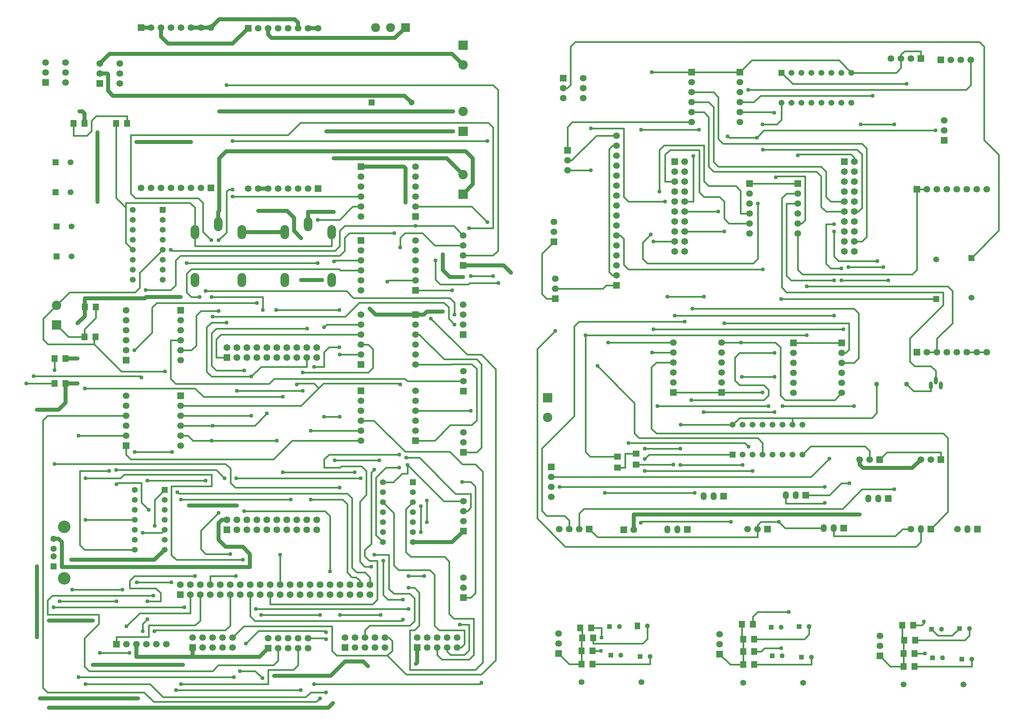
<source format=gbr>
G04 DipTrace 3.0.0.1*
G04 Top.gbr*
%MOIN*%
G04 #@! TF.FileFunction,Copper,L1,Top*
G04 #@! TF.Part,Single*
G04 #@! TA.AperFunction,Conductor*
%ADD15C,0.03937*%
%ADD16C,0.015748*%
G04 #@! TA.AperFunction,ComponentPad*
%ADD17R,0.066929X0.066929*%
%ADD18C,0.066929*%
%ADD19R,0.094488X0.094488*%
%ADD20C,0.094488*%
%ADD21R,0.090551X0.090551*%
%ADD22C,0.090551*%
%ADD23R,0.059055X0.059055*%
%ADD24C,0.059055*%
%ADD25O,0.059055X0.07874*%
%ADD26R,0.062992X0.070866*%
%ADD27R,0.070866X0.062992*%
G04 #@! TA.AperFunction,ComponentPad*
%ADD28R,0.062992X0.062992*%
%ADD29C,0.062992*%
%ADD30C,0.125984*%
%ADD31R,0.068898X0.068898*%
%ADD32C,0.068898*%
%ADD33O,0.086614X0.141732*%
%ADD34O,0.03937X0.07874*%
%ADD35C,0.05*%
%ADD36C,0.05*%
%ADD38R,0.055118X0.066929*%
%ADD39R,0.05X0.05*%
%ADD40C,0.059055*%
G04 #@! TA.AperFunction,ViaPad*
%ADD41C,0.04*%
%FSLAX26Y26*%
G04*
G70*
G90*
G75*
G01*
G04 Top*
%LPD*%
X1351316Y6287748D2*
D15*
Y5590776D1*
X1170210Y6496724D2*
X1201079D1*
X1221079Y6476724D1*
Y6374673D1*
X2285978Y7335177D2*
X2385978D1*
X3226193Y5286387D2*
X2796098D1*
Y5286301D1*
X1304182Y950008D2*
X2207178D1*
X1304182Y1394197D2*
X863970D1*
X3711781Y566854D2*
X3664537Y519610D1*
X863970D1*
X3461026Y7331024D2*
X3561026D1*
X2485978Y7335177D2*
X2570623Y7419823D1*
X3327562D1*
X3361026Y7386358D1*
Y7331024D1*
X2385978Y7335177D2*
X2485978D1*
X8987192Y3007643D2*
Y2956459D1*
X9020656Y2922995D1*
X9515108D1*
X9599756Y3007643D1*
X6724423Y2301319D2*
Y2454648D1*
X8987192D1*
X3992454Y3197323D2*
D16*
X3301395D1*
X3114537Y3010465D1*
X1683361D1*
X1636115Y3057710D1*
Y3147318D1*
X1670954Y1070413D2*
X1375364D1*
X4211303Y2778529D2*
X4314584D1*
X4403488Y2867433D1*
X4457887D1*
Y2954043D1*
X5013911Y5253757D2*
X4919605Y5348063D1*
X4536312D1*
X2286092Y6190555D2*
D15*
X1742505D1*
X4536312Y4703727D2*
D16*
X4905655D1*
Y4703728D1*
X2098399Y3082220D2*
X1723545D1*
X4536312Y3197472D2*
X4730108D1*
X4884324Y3351689D1*
X5102568D1*
X5149812Y3398933D1*
Y3917008D1*
X5102568Y3964252D1*
X4899675D1*
X4895378Y3959955D1*
X4536312D1*
X4457887Y2954043D2*
X4820953Y2590978D1*
X5017606D1*
X4536312Y5348063D2*
X3826115D1*
X3778871Y5300819D1*
Y5145465D1*
X3731627Y5098220D1*
X2097942D1*
X2085816Y5110346D1*
X9799756Y3007643D2*
Y3080479D1*
X9260028D1*
X9187192Y3007643D1*
X5936849Y4295455D2*
X5757030Y4115636D1*
Y2415849D1*
X6038885Y2133995D1*
X9554382D1*
X9601626Y2181239D1*
Y2310631D1*
X5936850Y4620312D2*
X5851516D1*
X5804270Y4667558D1*
Y5069043D1*
X5924349Y5189122D1*
X8684554Y3015759D2*
X8501867Y2833072D1*
X5897093D1*
X5982054Y2733073D2*
X8637310D1*
X7235749Y5291537D2*
X7630093D1*
Y5291534D1*
Y4371916D2*
X8882085D1*
Y4108823D1*
X8848621Y4075358D1*
X8809249D1*
X7309570Y4520810D2*
X8929329D1*
X8976573Y4473566D1*
Y4022602D1*
X8929329Y3975358D1*
X8809249D1*
X8133286Y4075349D2*
X7783955D1*
X7736711Y4028105D1*
Y3800420D1*
X7783955Y3753176D1*
X8026676D1*
X8073920Y3705932D1*
Y3649723D1*
X8026676Y3602479D1*
X7300487D1*
X6961991Y3543109D2*
X8073920D1*
X3061151Y1115854D2*
D15*
X2974671Y1029374D1*
X2304824D1*
X1742138D1*
Y1155375D1*
X4436848Y5581988D2*
Y5926008D1*
X1151860Y4371122D2*
X1223354Y4442617D1*
Y4536980D1*
X4511303Y2178529D2*
X4905157D1*
X5017606Y2290978D1*
X4077100Y4520035D2*
X4137180Y4459955D1*
X4536312D1*
X1985978Y7335177D2*
Y7246378D1*
X2056844Y7175512D1*
X2705514D1*
X2861026Y7331024D1*
X1151860Y3768150D2*
X1030951D1*
X2748230Y2544677D2*
X2268005D1*
X5013911Y4834594D2*
X4880801D1*
X4809934Y4905461D1*
Y5063098D1*
X4555058Y1122105D2*
Y973265D1*
X4540301Y958508D1*
X3121753Y839453D2*
X3686986D1*
X3829982Y982449D1*
X745230Y1936709D2*
Y1224606D1*
X1758749Y614098D2*
X773214D1*
X1087990Y2001197D2*
X1921218D1*
X2023542Y2103521D1*
X4436295Y7335257D2*
X4332144Y7231106D1*
X3094491D1*
X3061026Y7264571D1*
Y7331024D1*
X1885978Y7335177D2*
X1785978D1*
X1030951Y4018176D2*
X1151860D1*
Y4018177D1*
X5013911Y4953757D2*
X5419390D1*
X5493592Y4879555D1*
X4436848Y5926008D2*
X4421370Y5941486D1*
X3992454D1*
X2304822Y1122105D2*
X2304824Y1029374D1*
X2004793Y4635917D2*
X2183360D1*
X1223354Y4536980D2*
Y4623594D1*
X1826584D1*
X1838907Y4635917D1*
X2004793D1*
X4536312Y4459955D2*
X4620958D1*
X4651510Y4490508D1*
X4809934D1*
X1030951Y3768150D2*
Y3577556D1*
X960084Y3506689D1*
X745230D1*
X3829982Y982449D2*
X4015332D1*
X4060832Y936949D1*
X4915171Y6494500D2*
X2570738D1*
X4915171Y6297650D2*
X3645852D1*
X8803294Y4802609D2*
D16*
X9273357D1*
X8731798Y5367136D2*
X8649440D1*
Y4968593D1*
X8696684Y4921349D1*
X8803294D1*
X7968798Y5574097D2*
Y5020451D1*
X7921554Y4973207D1*
X6860829D1*
X6813585Y5020451D1*
Y5181629D1*
X6894987Y5263030D1*
X8731798Y4802609D2*
X8300766D1*
X8253522Y4849853D1*
Y5574096D1*
X8367301D1*
X8214554Y3543109D2*
X8929329D1*
X6979570Y5691538D2*
Y6110278D1*
X7026814Y6157522D1*
X7428310D1*
Y5795559D1*
X7475554Y5748315D1*
X7746895D1*
X7794140Y5701070D1*
Y5474096D1*
X7883836D1*
Y5374096D2*
X7677341D1*
X7630097Y5421340D1*
Y5591538D1*
X7582853Y5638782D1*
X7428310D1*
X7381066Y5686026D1*
Y6110278D1*
X7086184D1*
X7038940Y6063034D1*
Y5791537D1*
X7135749D1*
X8016038Y4913837D2*
X6671526D1*
X6624282Y4961081D1*
Y5219663D1*
X6590818Y5253127D1*
X6551445D1*
X8146908Y5834806D2*
X8159034Y5846932D1*
X8440136D1*
Y5407560D1*
X8406672Y5374096D1*
X8367301D1*
X7321696Y6050908D2*
Y5591537D1*
X7235749D1*
X7871751Y6712660D2*
X10054020D1*
X10101264Y6759904D1*
Y7012714D1*
X7235749Y5491537D2*
X7570727D1*
Y5491538D1*
X8731798Y5293318D2*
Y5042495D1*
X8779042Y4995251D1*
X9163428D1*
X9222798Y4935881D2*
X8874790D1*
X7303323Y6687846D2*
X7522798D1*
X7570042Y6640602D1*
Y6220995D1*
X7617286Y6173751D1*
X9009570D1*
X9056814Y6126507D1*
Y5240562D1*
X9009568Y5193316D1*
X8935749D1*
X6433833Y2673699D2*
X7334825D1*
X7376160Y6312499D2*
X6798333D1*
X7303323Y6587846D2*
X7475554D1*
X7522798Y6540602D1*
Y5988664D1*
X7570042Y5941420D1*
X8602199D1*
X8649444Y5894176D1*
Y5640562D1*
X8696689Y5593316D1*
X8835749D1*
X7303323Y6487846D2*
X7428310D1*
X7475554Y6440602D1*
Y5941420D1*
X7522798Y5894176D1*
X8554955D1*
X8602199Y5846932D1*
Y5540562D1*
X8649445Y5493316D1*
X8835749D1*
X8885707Y2767790D2*
X8803526D1*
X8684325Y2648589D1*
X8446075D1*
X9116184Y6653290D2*
X7993810D1*
X7928356Y6587836D1*
X7786787D1*
X8132223Y6483829D2*
X8128217Y6487836D1*
X7786787D1*
X8637310Y2573073D2*
X8629648Y2565412D1*
X8246075D1*
Y2648589D1*
X910822Y2212298D2*
D15*
X962005D1*
X993501Y2180802D1*
Y1930016D1*
X2877175D1*
Y2060882D1*
X2806308Y2131748D1*
X2633781D1*
X2562915Y2202614D1*
Y2367866D1*
X2597364Y2402315D1*
X2648545D1*
X3391864Y5227335D2*
X3320682Y5298516D1*
Y5428579D1*
X3249816Y5499445D1*
X2961202D1*
X3601387Y4806386D2*
X3391864D1*
X2961203Y5722588D2*
X3061203D1*
X7604501Y4180339D2*
D16*
X7796077D1*
X7303323Y6387846D2*
X6108849D1*
X6061604Y6340601D1*
Y6104719D1*
X7665790Y6247617D2*
X7680286Y6233121D1*
X7956672D1*
X7796077Y4180339D2*
X8145415D1*
X8192660Y4133093D1*
Y3649723D1*
X8239904Y3602479D1*
X8736370D1*
X8809249Y3675358D1*
X7956672Y6233121D2*
X8029270Y6305719D1*
X9748818D1*
X9662274Y5716143D2*
X9562274D1*
X6278004Y2310631D2*
X6360152Y2228483D1*
X7965577D1*
Y2310631D1*
X6551445Y4853127D2*
X6512073D1*
X6478609Y4886592D1*
Y6119663D1*
X6512073Y6153127D1*
X6551445D1*
X7121038Y4180329D2*
X6466487D1*
X7714552Y3355469D2*
X7783453Y3424369D1*
X8314550D1*
X9109831D1*
X9157073Y3471612D1*
Y3763416D1*
X7193873Y3355471D2*
X7714552D1*
Y3355469D1*
X9562274Y5716143D2*
Y4909223D1*
X9515030Y4861979D1*
X8414545D1*
X8367301Y4909223D1*
Y5274096D1*
X8314552Y3355469D2*
X8314550Y3424369D1*
X8177180Y2383467D2*
X8239671Y2320976D1*
X8626337D1*
X7965577Y2310631D2*
Y2350003D1*
X7999042Y2383467D1*
X8177180D1*
X6061604Y6004719D2*
X6100975D1*
X6349383Y6253127D1*
X6551445D1*
X9602617Y7025845D2*
Y7098680D1*
X9436081D1*
X9402617Y7065215D1*
Y7025845D1*
X8414552Y3055469D2*
X8498933Y3139849D1*
X9039948D1*
X9087192Y3092605D1*
Y3007643D1*
X5936850Y4720312D2*
X6414959D1*
X6447774Y4753127D1*
X6551445D1*
X9501626Y2310631D2*
X9417963D1*
X9345130Y2237798D1*
X8726337D1*
Y2320976D1*
X8325783Y4175348D2*
X8664451D1*
X8664462Y4175358D1*
X8809249D1*
X7121038Y3680329D2*
X7288353D1*
X7288362Y3680339D1*
X7604501D1*
X6748685Y2954942D2*
X7121038D1*
Y2954944D1*
X8367301Y5774096D2*
X7883836D1*
X10062274Y4082285D2*
X10162274D1*
X8935749Y5993316D2*
Y6032688D1*
X8901301Y6067136D1*
X8379428D1*
X8367302Y6055010D1*
X7303323Y6887846D2*
X6904948D1*
Y6887845D1*
X7786787Y6887836D2*
X7653672D1*
X7653661Y6887846D1*
X7303323D1*
X8905450Y6884390D2*
X8781924Y7007916D1*
X7906867D1*
X7786787Y6887836D1*
X9402617Y7025845D2*
Y6931634D1*
X9355373Y6884390D1*
X8905450D1*
X7604501Y3680339D2*
X8014550D1*
Y3680337D1*
X10162274Y4082285D2*
X10262274D1*
X1098076Y1703173D2*
X1600718D1*
X3388320Y697091D2*
X2135997D1*
X1723542Y2403521D2*
X1232470D1*
Y2403520D1*
X3640600Y673469D2*
X3486430D1*
X3438556Y625594D1*
X2008265D1*
X1877399Y756461D1*
X1232470D1*
X3640600Y1205067D2*
X3629812Y1215854D1*
X3461151D1*
X1373370Y6874715D2*
D15*
X1450245D1*
X1458706Y6866255D1*
Y6701323D1*
X1505950Y6654079D1*
X4427497D1*
X4496398Y6585178D1*
X638615Y3768150D2*
D16*
X920715D1*
X2220438Y1525063D2*
X911214D1*
X920715Y4018176D2*
Y3902323D1*
X920718D1*
X3776222Y2725740D2*
X2730214D1*
X2682970Y2772984D1*
Y2915976D1*
X2635726Y2963220D1*
X920718D1*
X1923308Y2344150D2*
Y2603287D1*
X2023542Y2703521D1*
X1911182Y1643803D2*
X899088D1*
X851844Y1596559D1*
Y1453567D1*
X1363552D1*
Y1358917D1*
X1220883Y1216248D1*
Y933949D1*
X1268127Y886705D1*
X2503108D1*
X2562478Y946075D1*
X3113907D1*
X3161151Y993319D1*
Y1115854D1*
X1792442Y3830831D2*
X1780320Y3842953D1*
X710112D1*
X1541348Y1584433D2*
X970584D1*
X1863938Y2503520D2*
X1792442Y2575016D1*
Y2772421D1*
X1553474D1*
X1541348Y2760295D1*
X1804568Y2273996D2*
X1994017D1*
X2023542Y2303521D1*
X2186556Y756461D2*
X3062383D1*
Y898823D1*
X3313907D1*
X3361151Y946067D1*
Y1115854D1*
X4468801Y1840024D2*
X4623289D1*
X4755058Y1122105D2*
Y1049268D1*
X4802302Y1002024D1*
X5075139D1*
X5122383Y1049268D1*
Y1413681D1*
X4920668D1*
X4873423Y1460927D1*
Y1985811D1*
X4826178Y2033055D1*
X4489647D1*
X4442403Y2080299D1*
Y2509629D1*
X4511303Y2578529D1*
X4980415Y1354311D2*
X5075139D1*
Y1096512D1*
X5027895Y1049268D1*
X4888522D1*
X4855058Y1082732D1*
Y1122105D1*
X4651698Y2378528D2*
Y2597272D1*
X4592328Y2278528D2*
Y2537902D1*
X4211303Y2578529D2*
X4319612Y2470220D1*
Y1946638D1*
X4366856Y1899394D1*
X4680651D1*
X4727895Y1852150D1*
Y1342185D1*
X4775139Y1294941D1*
X5027895D1*
Y1155570D1*
X4994430Y1122105D1*
X4955058D1*
X6748685Y3065178D2*
X6636719D1*
Y2926385D1*
X6561916D1*
X9457073Y3763416D2*
X9526247Y3694243D1*
X9699787D1*
Y3750724D1*
X9457073Y6772030D2*
X8317810D1*
X8205450Y6884390D1*
X1373370Y6974715D2*
D15*
X1471210Y7072555D1*
X4904744D1*
X5013911Y6963388D1*
X1648731Y6374673D2*
D16*
Y6449476D1*
X1339190D1*
X1291946Y6402232D1*
Y6299870D1*
X1244702Y6252626D1*
X1110843D1*
Y6374673D1*
X942075Y4355711D2*
X1060837Y4236949D1*
X1219379D1*
Y4311751D1*
X1333591Y4425962D1*
Y4536980D1*
X3207966Y2879602D2*
X3927052D1*
X1223356Y3720154D2*
X2328226D1*
X2412722Y3635657D1*
X3207966D1*
X1232470Y2819669D2*
X1580037D1*
X1616974Y2856606D1*
X2493360D1*
Y2737866D1*
X2092442D1*
Y2048441D1*
X2139686Y2001197D1*
X2805993D1*
X6201654Y957428D2*
X6076639D1*
X5970379Y1063688D1*
X6201654Y1088692D2*
Y957428D1*
X6207904Y1219954D2*
X6201654D1*
Y1088692D1*
X6188013Y1318827D2*
X6207904D1*
Y1219954D1*
X6318140D2*
Y1163495D1*
X6814701D1*
X6861948Y1210741D1*
Y1338718D1*
X6401134Y1222865D2*
Y1318827D1*
X6298249D1*
X6394882Y1088692D2*
X6311890D1*
Y957428D2*
X6886950D1*
Y1032436D1*
X7808072Y1357469D2*
Y1207453D1*
X7820573D1*
Y951177D2*
X7689308D1*
X7583049Y1057437D1*
X7820573Y1082441D2*
Y951177D1*
Y1207453D2*
Y1082441D1*
X7930810Y1207453D2*
X8433622D1*
X8480867Y1254698D1*
Y1332467D1*
X8276461Y1479516D2*
X7965551D1*
X7918308Y1432273D1*
Y1357469D1*
X8199587Y1115181D2*
X8034417D1*
X8001677Y1082441D1*
X7930810D1*
Y951177D2*
X8505870D1*
Y1026185D1*
X9189467Y1038685D2*
X9295727Y932425D1*
X9426992D1*
X9433243Y1194951D2*
X9414491D1*
Y1344967D1*
X9426992Y1063689D2*
Y1194951D1*
X9433243D1*
X9426992Y932425D2*
Y1063689D1*
X9543479Y1194951D2*
X10040039D1*
X10087286Y1242198D1*
Y1313715D1*
X9629512Y1383961D2*
Y1364967D1*
X9609512Y1344967D1*
X9524727D1*
X9641638Y1063689D2*
X9537228D1*
Y932425D2*
X10112289D1*
Y1007433D1*
X9987286Y1313715D2*
X9915768Y1242197D1*
X9771272D1*
X9706005Y1307463D1*
X5013911Y5666332D2*
D15*
X5112336Y5764757D1*
Y6026134D1*
X5041470Y6097000D1*
X2641604D1*
X2570738Y6026134D1*
Y5497988D1*
X2561098Y5488349D1*
Y5366301D1*
X3717033Y5488437D2*
X3461193D1*
Y5366387D1*
X3717033Y6025819D2*
X4851274D1*
X5013911Y5863182D1*
X3992454Y4059955D2*
D16*
X3776277D1*
Y4059953D1*
X3622364Y3436142D2*
X3776277D1*
X5017606Y3791416D2*
X4456798D1*
X4430812Y3817402D1*
X3120316D1*
X3070312Y3767398D1*
X2133064D1*
X2085820Y3814642D1*
Y4203710D1*
X2183360D1*
X2433990Y2797236D2*
X1851812D1*
X2183360Y3347286D2*
X2504860D1*
Y3347287D1*
X4928950Y4359933D2*
X4869304Y4419579D1*
Y4532161D1*
X4822060Y4579406D1*
X3974604D1*
X3833265Y4438067D1*
X2504860D1*
Y3347287D2*
X2926210D1*
X3048596Y3469673D1*
X2183360Y3247286D2*
X2256194D1*
X2307685Y3195795D1*
X2493360D1*
X4928675Y4459933D2*
Y4579406D1*
X4881430Y4626650D1*
X3914828D1*
X3846190Y4695287D1*
X2433990D1*
X2493360Y3195795D2*
X3148596D1*
X4384438Y5132547D2*
Y5229319D1*
X4431682Y5276563D1*
X4609147D1*
X4731953Y5153757D1*
X5013911D1*
X4384438Y3758031D2*
X4372312Y3770157D1*
X3614580D1*
X3567336Y3722913D1*
X3391709Y3547286D1*
X2183360D1*
X3567336Y3722913D2*
X3520092Y3770157D1*
X3360722D1*
X3348596Y3758031D1*
X2643777Y4378697D2*
X2492738D1*
X2445493Y4331453D1*
Y3885953D1*
X2492738Y3838709D1*
X2891537D1*
X2643777Y6760697D2*
X5315797D1*
X5363041Y6713453D1*
Y5101001D1*
X5315797Y5053757D1*
X5013911D1*
X2183360Y3447286D2*
X2891537D1*
Y3447287D1*
Y3838709D2*
X2990277Y3937449D1*
X3448596D1*
Y4028667D1*
X2564856Y4497437D2*
X2386932D1*
X2339688Y4450193D1*
Y4150955D1*
X2292442Y4103710D1*
X2183360D1*
X2703147Y5712980D2*
X2663777D1*
X2643777Y5692980D1*
Y5283756D1*
X2564856Y5204835D1*
X5256427Y6198909D2*
X2703147D1*
X5090442Y4846720D2*
X5315797D1*
X1721076Y4103575D2*
X1898049Y4280547D1*
Y4529303D1*
X1945293Y4576547D1*
X2948596D1*
X3622415Y4334366D2*
X3648004Y4359955D1*
X3992454D1*
X5017606Y3078852D2*
X5149812D1*
X5197056Y3126096D1*
Y3964252D1*
X5149812Y4011496D1*
X4824142D1*
X4575682Y4259955D1*
X4536312D1*
X2648596Y4028667D2*
X2539982D1*
Y4212709D1*
X2587228Y4259955D1*
X3992454D1*
X3407966Y3878079D2*
X4065289D1*
X4112533Y3925323D1*
Y4112713D1*
X4065290Y4159955D1*
X3992454D1*
X2748596Y3695350D2*
X3407966D1*
X4229982Y1222105D2*
X4269352D1*
X4302816Y1188640D1*
Y1089063D1*
X4255572Y1041819D1*
X3747214D1*
X3699970Y1089063D1*
Y1335933D1*
X2818650D1*
X2704822Y1222105D1*
X4255572Y1041819D2*
X4445497Y851894D1*
X5197056D1*
X5342537Y997374D1*
Y3913260D1*
X5197056Y4058740D1*
X5052726D1*
X4692139Y4419327D1*
X2374619Y4635917D2*
X2289974D1*
X2242730Y4683161D1*
Y4869382D1*
X2289974Y4916626D1*
X3772423D1*
X3785318Y4903731D1*
X3992454D1*
X5256427Y5385965D2*
X5101030Y5541361D1*
X4536312D1*
X4373950Y2926803D2*
X4241529D1*
X4140281Y2825555D1*
Y2249551D1*
X4211303Y2178529D1*
X3555997Y5408752D2*
X3776403D1*
X3909136Y5541486D1*
X3992454D1*
X2242730Y4975996D2*
X3555997D1*
X1850643Y1584433D2*
X1982682D1*
Y1668055D1*
X1935438Y1715299D1*
X1672852D1*
Y1792114D1*
X1720096Y1839358D1*
X2327375D1*
X1803399Y1287583D2*
Y1359079D1*
X1850643Y1406323D1*
X1922139Y1287583D2*
X1929497Y1294941D1*
X2632564D1*
X2679808Y1342185D1*
Y1653411D1*
X1467639Y2891161D2*
X1173100D1*
Y2150765D1*
X1220344Y2103521D1*
X1723542D1*
X4325068Y5276567D2*
X3873360D1*
X3826115Y5229323D1*
Y5098220D1*
X3778871Y5050976D1*
X2180304D1*
X2133060Y5003732D1*
Y4754343D1*
X2085816Y4707098D1*
X1833060D1*
X3992454Y5641486D2*
X2703147D1*
Y5641484D1*
X2679808Y2060567D2*
X2433997D1*
X2386753Y2107811D1*
Y2296020D1*
X2564230Y2473496D1*
X4445761Y3025539D2*
X4577450D1*
X4939175Y2663815D1*
X5090442D1*
Y2524442D1*
X5056978Y2490978D1*
X5017606D1*
X4468801Y1721398D2*
X4528171D1*
X4575415Y1674154D1*
Y1342185D1*
X4528171Y1294941D1*
X4480930D1*
Y899138D1*
X5137686D1*
X5211273Y972724D1*
Y2885185D1*
X5137686Y2958772D1*
X5007112D1*
X4880974Y3084909D1*
X4433635D1*
X4121222Y3397323D1*
X3992454D1*
X2939178Y1508169D2*
X4468801D1*
X5090442Y3497472D2*
X4536312D1*
X4212997Y1993217D2*
Y1649902D1*
X4260241Y1602657D1*
X4409430D1*
Y1401555D2*
X4397304Y1389429D1*
X2927051D1*
X2879808Y1436672D1*
Y1653411D1*
X4255210Y4788685D2*
X4270252Y4803727D1*
X4536312D1*
X4124659Y2052587D2*
X4272367D1*
Y1709272D1*
X4319612Y1662028D1*
X4480927D1*
X4528171Y1614783D1*
Y1389429D1*
X4480927Y1342185D1*
X4077226D1*
X4029982Y1294941D1*
Y1222105D1*
X4175218Y2998339D2*
X3728978D1*
X4094257Y1933846D2*
X4027056D1*
X3979812Y1981091D1*
Y2586138D1*
X4045793Y2652118D1*
Y2891728D1*
X3998549Y2938972D1*
X3794411D1*
X3782285Y2926846D1*
X3622364D1*
Y3010465D1*
X3669608Y3057709D1*
X4373950D1*
X4124659Y2906799D2*
X4093037Y2875177D1*
Y2164280D1*
X4027056Y2098299D1*
Y2040461D1*
X4074301Y1993217D1*
X4153627D1*
Y1602661D1*
X4106383Y1555417D1*
X3079808D1*
Y1653411D1*
X2092446Y1774669D2*
X1744029D1*
X3289230Y2607000D2*
X2186930D1*
X3773895Y4131449D2*
X3669659D1*
X3622415Y4084205D1*
Y3937449D1*
X3522415D1*
X3141155Y4505051D2*
X3773895D1*
X2493360Y4635917D2*
X3007966D1*
Y4505051D1*
X5073990Y5326594D2*
X5315797D1*
Y6337020D1*
X5268552Y6384264D1*
X3385592D1*
X3259608Y6258280D1*
X1683135D1*
Y5673453D1*
X1730379Y5626209D1*
X2361533D1*
X2408777Y5578965D1*
Y5287827D1*
X2491769Y5204835D1*
X5197060Y768276D2*
X5185245Y756461D1*
X3521860D1*
X3003013Y815839D2*
X2932147Y886705D1*
X2777659D1*
X4738442Y5003728D2*
Y4810343D1*
X4785686Y4763098D1*
X5067214D1*
X5079344Y4775228D1*
X5366356D1*
X3179808Y2052587D2*
Y1753411D1*
X3719501Y4991606D2*
X3731626Y5003731D1*
X3992454D1*
X3579808Y1448799D2*
X2989738D1*
X1642139Y1334827D2*
X1773005Y1465693D1*
X2279808D1*
Y1653411D1*
X3581230Y614098D2*
X3545482Y578350D1*
X1913238D1*
X1818119Y673469D1*
X851844D1*
X804600Y720713D1*
Y3400073D1*
X851844Y3447318D1*
X1636115D1*
X2819726Y3898079D2*
X2539982D1*
X2492738Y3945323D1*
Y4272083D1*
X2539982Y4319327D1*
X3449391D1*
X3679808Y1886602D2*
Y2441016D1*
X3632564Y2488260D1*
X2819726D1*
X4188745Y1448799D2*
X3779808D1*
X2742340Y2820232D2*
X3986423D1*
X1539135Y2903850D2*
X2539982D1*
X2623600Y2820232D1*
X1636115Y3247318D2*
X1161513D1*
Y3247315D1*
X2718289Y827335D2*
X1161513D1*
Y827331D1*
X3640600Y1276563D2*
X3628474Y1288689D1*
X2962986D1*
X2837029Y1162732D1*
X5003407Y2781894D2*
X5090442D1*
X5137686Y2734650D1*
Y1669402D1*
X5090442Y1622157D1*
X5017606D1*
X3489175Y3297323D2*
X3992454D1*
X3489175Y2607000D2*
X3806383D1*
X3853627Y2559756D1*
Y1874476D1*
X3900871Y1827232D1*
X3945358D1*
X3979808Y1792782D1*
Y1753411D1*
X2026450Y3890201D2*
X1590434D1*
X1318490Y4162146D1*
X855458D1*
X808214Y4209390D1*
Y4418701D1*
X942075Y4552562D1*
X1072163Y4682650D1*
X1726446D1*
X1773690Y4729894D1*
Y4878966D1*
X2004790Y5110066D1*
X2151812Y2678496D2*
X2163938Y2666370D1*
X3853627D1*
X3900871Y2619126D1*
Y1921720D1*
X3948115Y1874476D1*
X4032563D1*
X4079808Y1827231D1*
Y1753411D1*
X1329615Y4236949D2*
X1318490Y4209390D1*
Y4162146D1*
X2379808Y1653411D2*
Y1394197D1*
X2332564Y1346953D1*
X1862769D1*
Y1228213D1*
X1542138D1*
Y1155375D1*
X2739178Y1839358D2*
X2479808D1*
Y1753411D1*
X8016042Y6114381D2*
X8962325D1*
X9009570Y6067136D1*
Y5527765D1*
X8975121Y5493316D1*
X8935749D1*
X8013483Y6365089D2*
X8158206D1*
X8205450Y6412333D1*
Y6584390D1*
X8202428Y4614971D2*
X9754068D1*
X7698420Y2383467D2*
X7695577Y2386310D1*
X6807759D1*
X6795605Y2374156D1*
X8367301Y5674096D2*
X8253522D1*
X8206278Y5626852D1*
Y4731113D1*
X8253522Y4683869D1*
X9822967D1*
Y4556605D1*
X9489440Y4223077D1*
Y3990436D1*
X9536685Y3943190D1*
X9702543D1*
X9749787Y3895946D1*
Y3800724D1*
X6835617Y3014314D2*
X6876772Y3055469D1*
X7714552D1*
X7192534Y3114841D2*
X6835617D1*
X7814554Y2951814D2*
X7192534D1*
X7914554Y2892444D2*
X6835617D1*
X6359873Y3944845D2*
X6730896Y3573822D1*
Y3268699D1*
X6778140Y3221455D1*
X7967308D1*
X8014552Y3174211D1*
Y3055469D1*
X6671526Y3174211D2*
X7836207D1*
X7873924Y3136495D1*
X6293589Y5904719D2*
X6061604D1*
X7038936Y5591538D2*
X6671526D1*
X6624282Y5638782D1*
Y6325963D1*
X6293589D1*
X7121038Y3980329D2*
X6949865D1*
X6902621Y3933085D1*
Y3315944D1*
X6949865Y3268699D1*
X9825349D1*
X9872593Y3221455D1*
Y2481598D1*
X9701626Y2310631D1*
X7428310Y4639546D2*
X7061932D1*
X6909007Y4080329D2*
X7121038D1*
X6016824Y6728699D2*
X6056196D1*
X6089660Y6762164D1*
Y7145924D1*
X6136904Y7193168D1*
X10187865D1*
X10235109Y7145924D1*
Y6208656D1*
X10382353Y6061412D1*
Y5301720D1*
X10107344Y5026711D1*
X8457991Y4253176D2*
X6241133D1*
X9662274Y4082285D2*
X9762274D1*
X6241133Y4253176D2*
Y3083865D1*
X6288377Y3036621D1*
X6561916D1*
X9762274Y4082285D2*
Y4217762D1*
X9917455Y4372944D1*
Y4695995D1*
X9870211Y4743239D1*
X8457991D1*
X9332727Y2708420D2*
X9011719D1*
X8817003Y2513703D1*
X6225248D1*
X6178004Y2466459D1*
Y2310631D1*
X8997444Y6365089D2*
X9332727D1*
X7235751Y4389944D2*
X6174374D1*
X6127130Y4342699D1*
Y3442822D1*
X5804274Y3119966D1*
Y2491285D1*
X5851518Y2444041D1*
X6030756D1*
X6078004Y2396793D1*
Y2310631D1*
X7135749Y5191537D2*
X6920199D1*
Y5191534D1*
X8822715Y4312546D2*
X6920199D1*
X7135751Y4449314D2*
X8731798D1*
X7808207Y3834719D2*
X8133290D1*
Y3483739D2*
X7425585D1*
X3696193Y5286387D2*
Y5145465D1*
X2326098D1*
Y5286301D1*
Y5531718D1*
X2278852Y5578965D1*
X1635891D1*
Y5531720D1*
X1538495Y5629117D1*
Y6374673D1*
X1635891Y5531720D2*
Y5178965D1*
X1704790Y5110066D1*
D41*
X1351316Y5590776D3*
Y6287748D3*
X1170210Y6496724D3*
X2207178Y950008D3*
X1304182D3*
X863970Y1394197D3*
Y519610D3*
X3711781Y566854D3*
X1304182Y1394197D3*
X8987192Y2454648D3*
X1375364Y1070413D3*
X1670954D3*
X1742505Y6190555D3*
X2286092D3*
X1723545Y3082220D3*
X2098399D3*
X2085816Y5110346D3*
X4536312Y5348063D3*
X4457887Y2954043D3*
X4905655Y4703728D3*
X5936849Y4295455D3*
X8684554Y3015759D3*
X8637310Y2733073D3*
X5982054D3*
X7630093Y5291534D3*
Y4371916D3*
X7309570Y4520810D3*
X7300487Y3602479D3*
X8133286Y4075349D3*
X8073920Y3543109D3*
X6961991D3*
X2004793Y4635917D3*
X745230Y3506689D3*
X2268005Y2544677D3*
X2748230D3*
X4809934Y5063098D3*
X5013911Y4834594D3*
X4540301Y958508D3*
X4060832Y936949D3*
X1151860Y4371122D3*
Y3768150D3*
X745230Y1224606D3*
X773214Y614098D3*
X1758749D3*
X1087990Y2001197D3*
X3121753Y839453D3*
X4436848Y5581988D3*
X2183360Y4635917D3*
X1151860Y4018177D3*
X4436848Y5926008D3*
X4077100Y4520035D3*
X4809934Y4490508D3*
X5493592Y4879555D3*
X3829982Y982449D3*
X745230Y1936709D3*
X2570738Y6494500D3*
X4915171D3*
X3645852Y6297650D3*
X4915171D3*
X9273357Y4802609D3*
X8803294D3*
Y4921349D3*
X8731798Y5367136D3*
X6894987Y5263030D3*
X7968798Y5574097D3*
X8731798Y4802609D3*
X8929329Y3543109D3*
X8214554D3*
X6979570Y5691538D3*
X8146908Y5834806D3*
X8016038Y4913837D3*
X7321696Y6050908D3*
X7871751Y6712660D3*
X7570727Y5491538D3*
X9163428Y4995251D3*
X8731798Y5293318D3*
X8874790Y4935881D3*
X9222798D3*
X7334825Y2673699D3*
X6433833D3*
X6798333Y6312499D3*
X7376160D3*
X8885707Y2767790D3*
X9116184Y6653290D3*
X8132223Y6483829D3*
X8637310Y2573073D3*
X2961202Y5499445D3*
X3391864Y5227335D3*
Y4806386D3*
X3601387D3*
X9748818Y6305719D3*
X7665790Y6247617D3*
X7956672Y6233121D3*
X7796077Y4180339D3*
X8177180Y2383467D3*
X6466487Y4180329D3*
X7193873Y3355471D3*
X7121038Y2954944D3*
X6904948Y6887845D3*
X8367302Y6055010D3*
X8014550Y3680337D3*
X1600718Y1703173D3*
X1098076D3*
X2135997Y697091D3*
X3388320D3*
X1232470Y2403520D3*
Y756461D3*
X3640600Y673469D3*
Y1205067D3*
X638615Y3768150D3*
X911214Y1525063D3*
X2220438D3*
X920718Y3902323D3*
Y2963220D3*
X3776222Y2725740D3*
X1923308Y2344150D3*
X1911182Y1643803D3*
X710112Y3842953D3*
X1792442Y3830831D3*
X970584Y1584433D3*
X1541348D3*
Y2760295D3*
X1863938Y2503520D3*
X1804568Y2273996D3*
X2186556Y756461D3*
X4623289Y1840024D3*
X4468801D3*
X4980415Y1354311D3*
X4651698Y2597272D3*
Y2378528D3*
X4592328Y2537902D3*
Y2278528D3*
X9457073Y6772030D3*
X3927052Y2879602D3*
X3207966D3*
Y3635657D3*
X1223356Y3720154D3*
X2805993Y2001197D3*
X1232470Y2819669D3*
X6401134Y1222865D3*
X6394882Y1088692D3*
X8276461Y1479516D3*
X8199587Y1115181D3*
X9629512Y1383961D3*
X9641638Y1063689D3*
X3717033Y6025819D3*
Y5488437D3*
X3776277Y4059953D3*
Y3436142D3*
X3622364D3*
X1851812Y2797236D3*
X2433990D3*
X2504860Y4438067D3*
X4928950Y4359933D3*
X3048596Y3469673D3*
X2504860Y3347287D3*
X2433990Y4695287D3*
X4928675Y4459933D3*
X3148596Y3195795D3*
X2493360D3*
X4384438Y5132547D3*
Y3758031D3*
X3348596D3*
X2643777Y4378697D3*
Y6760697D3*
X2891537Y3447287D3*
Y3838709D3*
X2564856Y4497437D3*
Y5204835D3*
X2703147Y5712980D3*
Y6198909D3*
X5256427D3*
X5315797Y4846720D3*
X5090442D3*
X2948596Y4576547D3*
X1721076Y4103575D3*
X3622415Y4334366D3*
X3407966Y3878079D3*
Y3695350D3*
X2748596D3*
X4692139Y4419327D3*
X2374619Y4635917D3*
X5256427Y5385965D3*
X4373950Y2926803D3*
X3555997Y5408752D3*
Y4975996D3*
X2242730D3*
X2327375Y1839358D3*
X1850643Y1584433D3*
Y1406323D3*
X1803399Y1287583D3*
X1922139D3*
X1467639Y2891161D3*
X1833060Y4707098D3*
X4325068Y5276567D3*
X2703147Y5641484D3*
X2564230Y2473496D3*
X2679808Y2060567D3*
X4445761Y3025539D3*
X4468801Y1721398D3*
Y1508169D3*
X2939178D3*
X5090442Y3497472D3*
X4409430Y1401555D3*
Y1602657D3*
X4212997Y1993217D3*
X4255210Y4788685D3*
X4124659Y2052587D3*
X3728978Y2998339D3*
X4175218D3*
X4373950Y3057709D3*
X4094257Y1933846D3*
X4124659Y2906799D3*
X1744029Y1774669D3*
X2092446D3*
X2186930Y2607000D3*
X3289230D3*
X3522415Y3937449D3*
X3773895Y4131449D3*
Y4505051D3*
X3141155D3*
X3007966D3*
X2493360Y4635917D3*
X2491769Y5204835D3*
X5073990Y5326594D3*
X3521860Y756461D3*
X5197060Y768276D3*
X2777659Y886705D3*
X3003013Y815839D3*
X5366356Y4775228D3*
X4738442Y5003728D3*
X3179808Y2052587D3*
X3719501Y4991606D3*
X2989738Y1448799D3*
X3579808D3*
X1642139Y1334827D3*
X3581230Y614098D3*
X3449391Y4319327D3*
X2819726Y3898079D3*
Y2488260D3*
X3679808Y1886602D3*
X3779808Y1448799D3*
X4188745D3*
X3986423Y2820232D3*
X2742340D3*
X2623600D3*
X1539135Y2903850D3*
X1161513Y3247315D3*
Y827331D3*
X2718289Y827335D3*
X2837029Y1162732D3*
X3640600Y1276563D3*
X5003407Y2781894D3*
X3489175Y3297323D3*
Y2607000D3*
X2151812Y2678496D3*
X2026450Y3890201D3*
X2739178Y1839358D3*
X8016042Y6114381D3*
X8013483Y6365089D3*
X6795605Y2374156D3*
X7698420Y2383467D3*
X8202428Y4614971D3*
X6835617Y3014314D3*
Y3114841D3*
X7192534D3*
Y2951814D3*
X7814554D3*
X6835617Y2892444D3*
X7914554D3*
X6359873Y3944845D3*
X7873924Y3136495D3*
X6671526Y3174211D3*
X6293589Y5904719D3*
Y6325963D3*
X7038936Y5591538D3*
X7061932Y4639546D3*
X7428310D3*
X6909007Y4080329D3*
X6241133Y4253176D3*
X8457991Y4743239D3*
Y4253176D3*
X9332727Y2708420D3*
Y6365089D3*
X8997444D3*
X7235751Y4389944D3*
X6920199Y5191534D3*
Y4312546D3*
X8822715D3*
X8731798Y4449314D3*
X7135751D3*
X8133290Y3834719D3*
X7808207D3*
X7425585Y3483739D3*
X8133290D3*
D17*
X5936850Y4620312D3*
D18*
Y4720312D3*
Y4820312D3*
D19*
X5013911Y7160239D3*
D20*
Y6963388D3*
D19*
X5861843Y3626458D3*
D20*
Y3429608D3*
D21*
X4436295Y7335257D3*
D22*
X4286295D3*
X4136295D3*
D17*
X9833778Y6205719D3*
D18*
Y6305719D3*
Y6405719D3*
D23*
X7714552Y3055469D3*
D24*
X7814552D3*
X7914552D3*
X8014552D3*
X8114552D3*
X8214552D3*
X8314552D3*
X8414552D3*
Y3355469D3*
X8314552D3*
X8214552D3*
X8114552D3*
X8014552D3*
X7914552D3*
X7814552D3*
X7714552D3*
D17*
X5924349Y5189122D3*
D18*
Y5289122D3*
Y5389122D3*
D17*
X9187192Y3007643D3*
D18*
X9087192D3*
X8987192D3*
D17*
X9799756D3*
D18*
X9699756D3*
X9599756D3*
D17*
X5013911Y4953757D3*
D18*
Y5053757D3*
Y5153757D3*
Y5253757D3*
D17*
X5017606Y3691416D3*
D18*
Y3791416D3*
Y3891416D3*
D17*
X5897093Y2933072D3*
D18*
Y2833072D3*
Y2733072D3*
Y2633072D3*
D17*
X7261990Y2307570D3*
D25*
X7161990D3*
X7061990D3*
D17*
X5013911Y4259934D3*
D18*
Y4359934D3*
Y4459934D3*
Y4559934D3*
D17*
X5017606Y3078852D3*
D18*
Y3178852D3*
Y3278852D3*
D17*
X3829982Y1122105D3*
D18*
Y1222105D3*
X3929982Y1122105D3*
Y1222105D3*
X4029982Y1122105D3*
Y1222105D3*
X4129982Y1122105D3*
Y1222105D3*
X4229982Y1122105D3*
Y1222105D3*
D17*
X6061604Y6104719D3*
D18*
Y6004719D3*
Y5904719D3*
D17*
X1785978Y7335177D3*
D18*
X1885978D3*
X1985978D3*
X2085978D3*
X2185978D3*
X2285978D3*
X2385978D3*
X2485978D3*
D17*
X9562274Y4082285D3*
D18*
X9662274D3*
X9762274D3*
X9862274D3*
X9962274D3*
X10062274D3*
X10162274D3*
X10262274D3*
D17*
X2486091Y5728839D3*
D18*
X2386091D3*
X2286091D3*
X2186091D3*
X2086091D3*
X1986091D3*
X1886091D3*
X1786091D3*
D17*
X9562274Y5716143D3*
D18*
X9662274D3*
X9762274D3*
X9862274D3*
X9962274D3*
X10062274D3*
X10162274D3*
X10262274D3*
D17*
X2861026Y7331024D3*
D18*
X2961026D3*
X3061026D3*
X3161026D3*
X3261026D3*
X3361026D3*
X3461026D3*
X3561026D3*
D17*
X3561203Y5722588D3*
D18*
X3461203D3*
X3361203D3*
X3261203D3*
X3161203D3*
X3061203D3*
X2961203D3*
X2861203D3*
D26*
X1329615Y4236949D3*
X1219379D3*
X920715Y4018176D3*
X1030951D3*
D27*
X6561916Y2926385D3*
Y3036621D3*
D23*
X4098760Y6585178D3*
D24*
X4496398D3*
D26*
X920715Y3768150D3*
X1030951D3*
D17*
X2304822Y1122105D3*
D18*
Y1222105D3*
X2404822Y1122105D3*
Y1222105D3*
X2504822Y1122105D3*
Y1222105D3*
X2604822Y1122105D3*
Y1222105D3*
X2704822Y1122105D3*
Y1222105D3*
D23*
X929573Y5987133D3*
D24*
X1079573D3*
D23*
X929573Y5687133D3*
D24*
X1079573D3*
D23*
X942075Y5343315D3*
D24*
X1092075D3*
D23*
X942075Y5043315D3*
D24*
X1092075D3*
D19*
X5013911Y6297648D3*
D20*
Y6494499D3*
D19*
Y5666332D3*
D20*
Y5863182D3*
D17*
X5017606Y2290978D3*
D18*
Y2390978D3*
Y2490978D3*
Y2590978D3*
D17*
Y1622157D3*
D18*
Y1722157D3*
Y1822157D3*
D17*
X1542138Y1155375D3*
D18*
X1642138D3*
X1742138D3*
X1842138D3*
X1942138D3*
X2042138D3*
D23*
X10107344Y5026711D3*
D24*
Y4629073D3*
D17*
X8826337Y2320976D3*
D25*
X8726337D3*
X8626337D3*
D17*
X9273357Y2617554D3*
D25*
X9173357D3*
X9073357D3*
D28*
X910822Y1936707D3*
D29*
Y2035133D3*
Y2113873D3*
Y2212298D3*
D30*
X1017121Y1815841D3*
Y2333164D3*
D31*
X2648545Y2302315D3*
D32*
X2748545D3*
X2848545D3*
X2948545D3*
X3048545D3*
X3148545D3*
X3248545D3*
X3348545D3*
X3448545D3*
X3548545D3*
Y2402315D3*
X3448545D3*
X3348545D3*
X3248545D3*
X3148545D3*
X3048545D3*
X2948545D3*
X2848545D3*
X2748545D3*
X2648545D3*
D31*
X2648596Y4028667D3*
D32*
X2748596D3*
X2848596D3*
X2948596D3*
X3048596D3*
X3148596D3*
X3248596D3*
X3348596D3*
X3448596D3*
X3548596D3*
Y4128667D3*
X3448596D3*
X3348596D3*
X3248596D3*
X3148596D3*
X3048596D3*
X2948596D3*
X2848596D3*
X2748596D3*
X2648596D3*
D33*
X2561098Y5366301D3*
X2326098Y5286301D3*
X2796098D3*
Y4806301D3*
X2326098D3*
X3461193Y5366387D3*
X3226193Y5286387D3*
X3696193D3*
Y4806387D3*
X3226193D3*
D17*
X6551445Y4753127D3*
D18*
Y4853127D3*
Y4953127D3*
Y5053127D3*
Y5153127D3*
Y5253127D3*
Y5353127D3*
Y5453127D3*
Y5553127D3*
Y5653127D3*
Y5753127D3*
Y5853127D3*
Y5953127D3*
Y6053127D3*
Y6153127D3*
Y6253127D3*
D17*
X8367301Y5774096D3*
D18*
Y5674096D3*
Y5574096D3*
Y5474096D3*
Y5374096D3*
Y5274096D3*
D17*
X7883836Y5774096D3*
D18*
Y5674096D3*
Y5574096D3*
Y5474096D3*
Y5374096D3*
Y5274096D3*
D26*
X1110843Y6374673D3*
X1221079D3*
D17*
X9801264Y7012714D3*
D18*
X9901264D3*
X10001264D3*
X10101264D3*
D17*
X9602617Y7025845D3*
D18*
X9502617D3*
X9402617D3*
X9302617D3*
D17*
X4536312Y3197472D3*
D18*
Y3297472D3*
Y3397472D3*
Y3497472D3*
Y3597472D3*
Y3697472D3*
D17*
X3992454Y3697323D3*
D18*
Y3597323D3*
Y3497323D3*
Y3397323D3*
Y3297323D3*
Y3197323D3*
D17*
X4536312Y4703727D3*
D18*
Y4803727D3*
Y4903727D3*
Y5003727D3*
Y5103727D3*
Y5203727D3*
D17*
X3992454Y5203731D3*
D18*
Y5103731D3*
Y5003731D3*
Y4903731D3*
Y4803731D3*
Y4703731D3*
D17*
X2183360Y3647286D3*
D18*
Y3547286D3*
Y3447286D3*
Y3347286D3*
Y3247286D3*
Y3147286D3*
D17*
X1636115Y3147318D3*
D18*
Y3247318D3*
Y3347318D3*
Y3447318D3*
Y3547318D3*
Y3647318D3*
D17*
X2183360Y4503710D3*
D18*
Y4403710D3*
Y4303710D3*
Y4203710D3*
Y4103710D3*
Y4003710D3*
D17*
X1636115Y4003576D3*
D18*
Y4103576D3*
Y4203576D3*
Y4303576D3*
Y4403576D3*
Y4503576D3*
D17*
X4536312Y4459955D3*
D18*
Y4359955D3*
Y4259955D3*
Y4159955D3*
Y4059955D3*
Y3959955D3*
D17*
X3992454D3*
D18*
Y4059955D3*
Y4159955D3*
Y4259955D3*
Y4359955D3*
Y4459955D3*
D17*
X4536312Y5441361D3*
D18*
Y5541361D3*
Y5641361D3*
Y5741361D3*
Y5841361D3*
Y5941361D3*
D17*
X3992454Y5941486D3*
D18*
Y5841486D3*
Y5741486D3*
Y5641486D3*
Y5541486D3*
Y5441486D3*
D17*
X8065577Y2310631D3*
D18*
X7965577D3*
X7865577D3*
D17*
X8446075Y2648589D3*
D25*
X8346075D3*
X8246075D3*
D17*
X7786787Y6887836D3*
D18*
Y6787836D3*
Y6687836D3*
Y6587836D3*
Y6487836D3*
Y6387836D3*
D17*
X7303323Y6887846D3*
D18*
Y6787846D3*
Y6687846D3*
Y6587846D3*
Y6487846D3*
Y6387846D3*
D17*
X1373370Y6774715D3*
D18*
Y6874715D3*
Y6974715D3*
X1573370Y6774715D3*
Y6874715D3*
Y6974715D3*
D23*
X4511303Y2778529D3*
D24*
Y2678529D3*
Y2578529D3*
Y2478529D3*
Y2378529D3*
Y2278529D3*
Y2178529D3*
X4211303D3*
Y2278529D3*
Y2378529D3*
Y2478529D3*
Y2578529D3*
Y2678529D3*
Y2778529D3*
D23*
X2023542Y2703521D3*
D24*
Y2603521D3*
Y2503521D3*
Y2403521D3*
Y2303521D3*
Y2203521D3*
Y2103521D3*
X1723542D3*
Y2203521D3*
Y2303521D3*
Y2403521D3*
Y2503521D3*
Y2603521D3*
Y2703521D3*
D17*
X4555058Y1122105D3*
D18*
Y1222105D3*
X4655058Y1122105D3*
Y1222105D3*
X4755058Y1122105D3*
Y1222105D3*
X4855058Y1122105D3*
Y1222105D3*
X4955058Y1122105D3*
Y1222105D3*
D17*
X3061151Y1115854D3*
D18*
Y1215854D3*
X3161151Y1115854D3*
Y1215854D3*
X3261151Y1115854D3*
Y1215854D3*
X3361151Y1115854D3*
Y1215854D3*
X3461151Y1115854D3*
Y1215854D3*
D17*
X829563Y6787217D3*
D18*
Y6887217D3*
Y6987217D3*
X1029563Y6787217D3*
Y6887217D3*
Y6987217D3*
D17*
X6624423Y2301319D3*
D18*
X6724423D3*
D34*
X9699787Y3750724D3*
X9749787Y3800724D3*
X9799787Y3750724D3*
D27*
X6748685Y3065178D3*
Y2954942D3*
D35*
X9457073Y3763416D3*
D36*
X9157073D3*
D26*
X1538495Y6374673D3*
X1648731D3*
D31*
X2179808Y1653411D3*
D32*
X2279808D3*
X2379808D3*
X2479808D3*
X2579808D3*
X2679808D3*
X2779808D3*
X2879808D3*
X2979808D3*
X3079808D3*
X3179808D3*
X3279808D3*
X3379808D3*
X3479808D3*
X3579808D3*
X3679808D3*
X3779808D3*
X3879808D3*
X3979808D3*
X4079808D3*
Y1753411D3*
X3979808D3*
X3879808D3*
X3779808D3*
X3679808D3*
X3579808D3*
X3479808D3*
X3379808D3*
X3279808D3*
X3179808D3*
X3079808D3*
X2979808D3*
X2879808D3*
X2779808D3*
X2679808D3*
X2579808D3*
X2479808D3*
X2379808D3*
X2279808D3*
X2179808D3*
D17*
X9701626Y2310631D3*
D25*
X9601626D3*
D18*
X9501626D3*
D17*
X10166287D3*
D25*
X10066287D3*
D18*
X9966287D3*
D17*
X7121038Y3680329D3*
D18*
Y3780329D3*
Y3880329D3*
Y3980329D3*
Y4080329D3*
Y4180329D3*
D17*
X7604501Y3680339D3*
D18*
Y3780339D3*
Y3880339D3*
Y3980339D3*
Y4080339D3*
Y4180339D3*
D17*
X6016824Y6828699D3*
D18*
Y6728699D3*
Y6628699D3*
X6216824Y6828699D3*
Y6728699D3*
Y6628699D3*
D31*
X7135749Y5991537D3*
D32*
Y5891537D3*
Y5791537D3*
Y5691537D3*
Y5591537D3*
Y5491537D3*
Y5391537D3*
Y5291537D3*
Y5191537D3*
Y5091537D3*
X7235749D3*
Y5191537D3*
Y5291537D3*
Y5391537D3*
Y5491537D3*
Y5591537D3*
Y5691537D3*
Y5791537D3*
Y5891537D3*
Y5991537D3*
D31*
X8835749Y5993316D3*
D32*
Y5893316D3*
Y5793316D3*
Y5693316D3*
Y5593316D3*
Y5493316D3*
Y5393316D3*
Y5293316D3*
Y5193316D3*
Y5093316D3*
X8935749D3*
Y5193316D3*
Y5293316D3*
Y5393316D3*
Y5493316D3*
Y5593316D3*
Y5693316D3*
Y5793316D3*
Y5893316D3*
Y5993316D3*
D17*
X8325783Y4175348D3*
D18*
Y4075348D3*
Y3975348D3*
Y3875348D3*
Y3775348D3*
Y3675348D3*
D17*
X8809249Y4175358D3*
D18*
Y4075358D3*
Y3975358D3*
Y3875358D3*
Y3775358D3*
Y3675358D3*
D17*
X6278004Y2310631D3*
D18*
X6178004D3*
X6078004D3*
X5978004D3*
D17*
X7625583Y2638243D3*
D25*
X7525583D3*
X7425583D3*
D23*
X2004790Y5510066D3*
D24*
Y5410066D3*
Y5310066D3*
Y5210066D3*
Y5110066D3*
Y5010066D3*
Y4910066D3*
Y4810066D3*
X1704790D3*
Y4910066D3*
Y5010066D3*
Y5110066D3*
Y5210066D3*
Y5310066D3*
Y5410066D3*
Y5510066D3*
D23*
X8205450Y6884390D3*
D24*
X8305450D3*
X8405450D3*
X8505450D3*
X8605450D3*
X8705450D3*
X8805450D3*
X8905450D3*
Y6584390D3*
X8805450D3*
X8705450D3*
X8605450D3*
X8505450D3*
X8405450D3*
X8305450D3*
X8205450D3*
D23*
X9754068Y4614971D3*
D24*
Y5012609D3*
D26*
X1223354Y4536980D3*
X1333591D3*
D35*
X6861948Y1338718D3*
D38*
X6761948D3*
D35*
X6593169Y1044936D3*
D39*
X6493169D3*
D35*
X6580667Y1332466D3*
D39*
X6480667D3*
D35*
X6886950Y1032436D3*
D39*
X6786950D3*
D17*
X5970379Y1063688D3*
D18*
Y1163688D3*
Y1263688D3*
D40*
X6801717Y776157D3*
X6201717D3*
D26*
X6207904Y1219954D3*
X6318140D3*
X6188013Y1318827D3*
X6298249D3*
X6201654Y1088692D3*
X6311890D3*
X6201654Y957428D3*
X6311890D3*
D35*
X8480867Y1332467D3*
D39*
X8380867D3*
D35*
X8212089Y1038685D3*
D39*
X8112089D3*
D35*
X8199587Y1326215D3*
D39*
X8099587D3*
D35*
X8505870Y1026185D3*
D39*
X8405870D3*
D17*
X7583049Y1057437D3*
D18*
Y1157437D3*
Y1257437D3*
D40*
X8420636Y769907D3*
X7820636D3*
D26*
X7820573Y1207453D3*
X7930810D3*
X7808072Y1357469D3*
X7918308D3*
X7820573Y1082441D3*
X7930810D3*
X7820573Y951177D3*
X7930810D3*
D35*
X10087286Y1313715D3*
D39*
X9987286D3*
D35*
X9818508Y1019933D3*
D39*
X9718508D3*
D35*
X9806005Y1307463D3*
D39*
X9706005D3*
D35*
X10112289Y1007433D3*
D39*
X10012289D3*
D17*
X9189467Y1038685D3*
D18*
Y1138685D3*
Y1238685D3*
D40*
X10027055Y751155D3*
X9427055D3*
D26*
X9433243Y1194951D3*
X9543479D3*
X9414491Y1344967D3*
X9524727D3*
X9426992Y1063689D3*
X9537228D3*
X9426992Y932425D3*
X9537228D3*
D19*
X942075Y4355711D3*
D20*
Y4552562D3*
M02*

</source>
